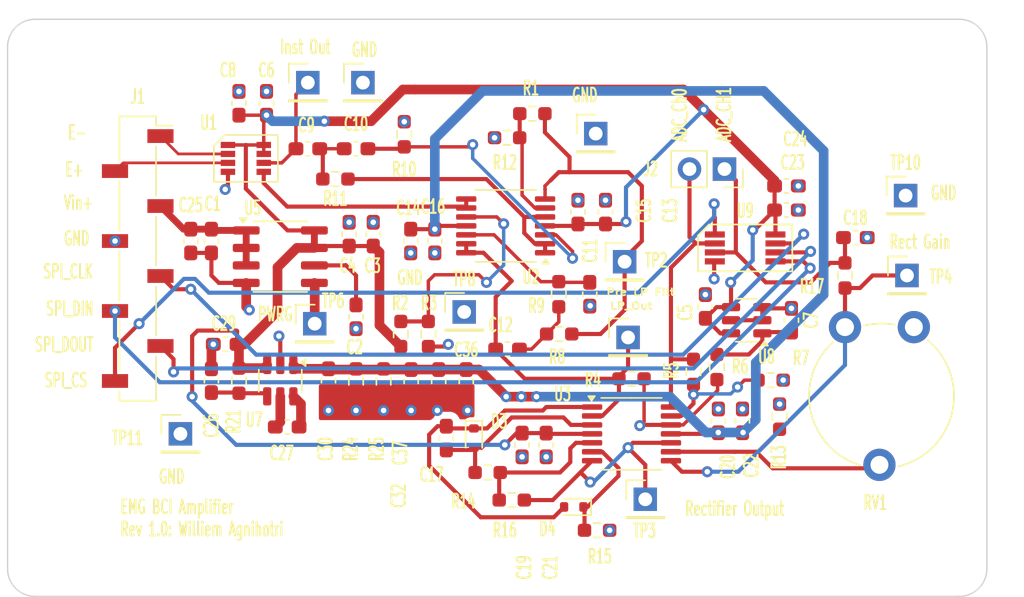
<source format=kicad_pcb>
(kicad_pcb (version 20241229) (generator "pcbnew") (generator_version "9.0")
  (layers (0 "F.Cu" signal) (4 "In1.Cu" signal) (6 "In2.Cu" signal) (2 "B.Cu" signal) (13 "F.Paste" user) (15 "B.Paste" user) (5 "F.SilkS" user "F.Silkscreen") (7 "B.SilkS" user "B.Silkscreen") (1 "F.Mask" user) (3 "B.Mask" user) (25 "Edge.Cuts" user))
  (net 0 "")
  (net 1 "Earth")
  (net 2 "Net-(U5-Cdelay)")
  (net 3 "+3.3V")
  (net 4 "Net-(C10-Pad2)")
  (net 5 "Net-(C9-Pad2)")
  (net 6 "Net-(U8-OUT)")
  (net 7 "Net-(U2A-+)")
  (net 8 "Net-(U2D-+)")
  (net 9 "Net-(C12-Pad1)")
  (net 10 "/EMG_FrontEnd/LP_OUT")
  (net 11 "-3V3")
  (net 12 "Net-(D3-A)")
  (net 13 "/Power/Vin+")
  (net 14 "Net-(D3-K)")
  (net 15 "/EMG_ADC/AdcCh1")
  (net 16 "Net-(U7-EN)")
  (net 17 "Net-(U7-C1+)")
  (net 18 "Net-(U7-C1-)")
  (net 19 "Net-(D4-K)")
  (net 20 "/SPI_CLK")
  (net 21 "/SPI_CS")
  (net 22 "/SPI_DOUT")
  (net 23 "/EMG_FrontEnd/Electrode-")
  (net 24 "/EMG_FrontEnd/Electrode+")
  (net 25 "/SPI_DIN")
  (net 26 "/EMG_ADC/AdcCh0")
  (net 27 "Net-(U2B--)")
  (net 28 "Net-(R1-Pad2)")
  (net 29 "Net-(U2C-+)")
  (net 30 "Net-(U3D--)")
  (net 31 "Net-(U2A--)")
  (net 32 "Net-(U3C--)")
  (net 33 "Net-(U3B-+)")
  (net 34 "Net-(U3C-+)")
  (net 35 "Net-(U5-PWRGD)")
  (net 36 "Net-(U1-Ref)")
  (net 38 "Net-(R17-Pad2)")
  (net 39 "Net-(U3D-+)")
  (footprint "Package_SO:TSSOP-14_4.4x5mm_P0.65mm" (layer "F.Cu") (at 135.5 110.5)
    (property "Reference" "U3")
    (property "Value" "ADA4807-4ARUZ")
  )
  (footprint "Capacitor_SMD:C_0603_1608Metric_Pad1.08x0.95mm_HandSolder" (layer "F.Cu") (at 115 96 90)
    (property "Reference" "C4")
    (property "Value" "1uF")
  )
  (footprint "Resistor_SMD:R_0603_1608Metric_Pad0.98x0.95mm_HandSolder" (layer "F.Cu") (at 126.80625 115.30625 180)
    (property "Reference" "R16")
    (property "Value" "1K")
  )
  (footprint "Capacitor_SMD:C_0603_1608Metric_Pad1.08x0.95mm_HandSolder" (layer "F.Cu") (at 131.6125 94.4 -90)
    (property "Reference" "C15")
    (property "Value" "0.1uF")
  )
  (footprint "Capacitor_SMD:C_0603_1608Metric_Pad1.08x0.95mm_HandSolder" (layer "F.Cu") (at 105 106.6375 90)
    (property "Reference" "C26")
    (property "Value" "2.2uF")
  )
  (footprint "Capacitor_SMD:C_0603_1608Metric_Pad1.08x0.95mm_HandSolder" (layer "F.Cu") (at 106 104 180)
    (property "Reference" "C29")
    (property "Value" "2.2uF")
  )
  (footprint "Diode_SMD:D_SOD-523" (layer "F.Cu") (at 131.30625 115.80625 180)
    (property "Reference" "D4")
    (property "Value" "1N4148WT")
  )
  (footprint "Connector_PinHeader_2.54mm:PinHeader_1x01_P2.54mm_Vertical" (layer "F.Cu") (at 112.5 102.5)
    (property "Reference" "TP6")
    (property "Value" "TestPoint")
  )
  (footprint "Capacitor_SMD:C_0603_1608Metric_Pad1.08x0.95mm_HandSolder" (layer "F.Cu") (at 113.5 106.6375 -90)
    (property "Reference" "C30")
    (property "Value" "2.2uF")
  )
  (footprint "Resistor_SMD:R_0603_1608Metric_Pad0.98x0.95mm_HandSolder" (layer "F.Cu") (at 107 106.6375 -90)
    (property "Reference" "R21")
    (property "Value" "10K")
  )
  (footprint "Wills_FootprintLibrary:SOT-23-THIN" (layer "F.Cu") (at 107.5 90.5)
    (property "Reference" "U1")
    (property "Value" "INA350CDS")
  )
  (footprint "Package_SO:TSSOP-14_4.4x5mm_P0.65mm" (layer "F.Cu") (at 126.3625 95.4 180)
    (property "Reference" "U2")
    (property "Value" "ADA4807-4ARUZ")
  )
  (footprint "Resistor_SMD:R_0603_1608Metric_Pad0.98x0.95mm_HandSolder" (layer "F.Cu") (at 114 92 180)
    (property "Reference" "R11")
    (property "Value" "11k")
  )
  (footprint "Capacitor_SMD:C_0603_1608Metric_Pad1.08x0.95mm_HandSolder" (layer "F.Cu") (at 119.5 106.69375 -90)
    (property "Reference" "C32")
    (property "Value" "33u")
  )
  (footprint "Resistor_SMD:R_0603_1608Metric_Pad0.98x0.95mm_HandSolder" (layer "F.Cu") (at 135.5 106.5 180)
    (property "Reference" "R4")
    (property "Value" "10k")
  )
  (footprint "Diode_SMD:D_SOD-523" (layer "F.Cu") (at 124.05625 110.80625 -90)
    (property "Reference" "D3")
    (property "Value" "1N4148WT")
  )
  (footprint "Connector_PinHeader_2.54mm:PinHeader_1x01_P2.54mm_Vertical" (layer "F.Cu") (at 136.5 115.25)
    (property "Reference" "TP3")
    (property "Value" "TestPoint")
  )
  (footprint "Capacitor_SMD:C_0603_1608Metric_Pad1.08x0.95mm_HandSolder" (layer "F.Cu") (at 103.5 96.5 -90)
    (property "Reference" "C25")
    (property "Value" "1uF")
  )
  (footprint "Connector_PinHeader_2.54mm:PinHeader_1x01_P2.54mm_Vertical" (layer "F.Cu") (at 135.25 103.5)
    (property "Reference" "TP1" (hide yes))
    (property "Value" "TestPoint")
  )
  (footprint "Resistor_SMD:R_0603_1608Metric_Pad0.98x0.95mm_HandSolder" (layer "F.Cu") (at 146.25 109.25 90)
    (property "Reference" "R13")
    (property "Value" "1K")
  )
  (footprint "Connector_PinHeader_2.54mm:PinHeader_1x01_P2.54mm_Vertical" (layer "F.Cu") (at 135 98)
    (property "Reference" "TP2")
    (property "Value" "TestPoint")
  )
  (footprint "Resistor_SMD:R_0603_1608Metric_Pad0.98x0.95mm_HandSolder" (layer "F.Cu") (at 151 99 -90)
    (property "Reference" "R17")
    (property "Value" "72.5K")
  )
  (footprint "Capacitor_SMD:C_0603_1608Metric_Pad1.08x0.95mm_HandSolder" (layer "F.Cu") (at 151.75 96.25)
    (property "Reference" "C18")
    (property "Value" "2.2uF")
  )
  (footprint "Capacitor_SMD:C_0603_1608Metric_Pad1.08x0.95mm_HandSolder" (layer "F.Cu") (at 115.5 89.8 180)
    (property "Reference" "C10")
    (property "Value" "1u")
  )
  (footprint "Connector_PinSocket_2.54mm:PinSocket_1x02_P2.54mm_Vertical" (layer "F.Cu") (at 142.25 91.275 -90)
    (property "Reference" "J2")
    (property "Value" "2.54 mm header")
  )
  (footprint "Connector_PinHeader_2.54mm:PinHeader_1x01_P2.54mm_Vertical" (layer "F.Cu") (at 155.4 93.2)
    (property "Reference" "TP10")
    (property "Value" "TestPoint")
  )
  (footprint "Connector_PinSocket_2.54mm:PinSocket_1x08_P2.54mm_Vertical_SMD_Pin1Right" (layer "F.Cu") (at 99.65 97.77)
    (property "Reference" "J1")
    (property "Value" "Conn_01x08_Pin")
  )
  (footprint "Capacitor_SMD:C_0603_1608Metric_Pad1.08x0.95mm_HandSolder" (layer "F.Cu") (at 115.5 102 -90)
    (property "Reference" "C2")
    (property "Value" "1 nF")
  )
  (footprint "Resistor_SMD:R_0603_1608Metric_Pad0.98x0.95mm_HandSolder" (layer "F.Cu") (at 128.3 87.25)
    (property "Reference" "R1")
    (property "Value" "190k")
  )
  (footprint "Capacitor_SMD:C_0603_1608Metric_Pad1.08x0.95mm_HandSolder" (layer "F.Cu") (at 132.46875 100.3625 90)
    (property "Reference" "C11")
    (property "Value" "0.0047u")
  )
  (footprint "Capacitor_SMD:C_0603_1608Metric_Pad1.08x0.95mm_HandSolder" (layer "F.Cu") (at 121.21875 96.5 90)
    (property "Reference" "C16")
    (property "Value" "0.1uF")
  )
  (footprint "Resistor_SMD:R_0603_1608Metric_Pad0.98x0.95mm_HandSolder" (layer "F.Cu") (at 120.75 103.25 -90)
    (property "Reference" "R3")
    (property "Value" "2k")
  )
  (footprint "Capacitor_SMD:C_0603_1608Metric_Pad1.08x0.95mm_HandSolder" (layer "F.Cu") (at 143.55625 109.55625 90)
    (property "Reference" "C22")
    (property "Value" "0.1uF")
  )
  (footprint "Capacitor_SMD:C_0603_1608Metric_Pad1.08x0.95mm_HandSolder" (layer "F.Cu") (at 146.75 94.25)
    (property "Reference" "C23")
    (property "Value" "4.7uF")
  )
  (footprint "Resistor_SMD:R_0603_1608Metric_Pad0.98x0.95mm_HandSolder" (layer "F.Cu") (at 130.21875 100.3625 -90)
    (property "Reference" "R9")
    (property "Value" "36k")
  )
  (footprint "Capacitor_SMD:C_0603_1608Metric_Pad1.08x0.95mm_HandSolder" (layer "F.Cu") (at 147.1125 102.25 -90)
    (property "Reference" "C7")
    (property "Value" "4.7uF")
  )
  (footprint "Connector_PinHeader_2.54mm:PinHeader_1x01_P2.54mm_Vertical" (layer "F.Cu") (at 132.9 88.7)
    (property "Reference" "TP9" (hide yes))
    (property "Value" "TestPoint")
  )
  (footprint "Connector_PinHeader_2.54mm:PinHeader_1x01_P2.54mm_Vertical" (layer "F.Cu") (at 155.5 99)
    (property "Reference" "TP4")
    (property "Value" "TestPoint")
  )
  (footprint "Resistor_SMD:R_0603_1608Metric_Pad0.98x0.95mm_HandSolder" (layer "F.Cu") (at 145.6 106.6)
    (property "Reference" "R7")
    (property "Value" "10k")
  )
  (footprint "Resistor_SMD:R_0603_1608Metric_Pad0.98x0.95mm_HandSolder" (layer "F.Cu") (at 115.5 106.69375 -90)
    (property "Reference" "R24")
    (property "Value" "200")
  )
  (footprint "Resistor_SMD:R_0603_1608Metric_Pad0.98x0.95mm_HandSolder" (layer "F.Cu") (at 133 117.5 180)
    (property "Reference" "R15")
    (property "Value" "1K")
  )
  (footprint "Resistor_SMD:R_0603_1608Metric_Pad0.98x0.95mm_HandSolder" (layer "F.Cu") (at 140 106 -90)
    (property "Reference" "R5")
    (property "Value" "10k")
  )
  (footprint "Package_TO_SOT_SMD:SOT-23-6" (layer "F.Cu") (at 110 106.6375 -90)
    (property "Reference" "U7")
    (property "Value" "LM2776")
  )
  (footprint "Capacitor_SMD:C_0603_1608Metric_Pad1.08x0.95mm_HandSolder" (layer "F.Cu") (at 109 86.5 -90)
    (property "Reference" "C6")
    (property "Value" "4.7uF")
  )
  (footprint "Resistor_SMD:R_0603_1608Metric_Pad0.98x0.95mm_HandSolder" (layer "F.Cu") (at 125.05625 113.30625 180)
    (property "Reference" "R14")
    (property "Value" "1K")
  )
  (footprint "Capacitor_SMD:C_0603_1608Metric_Pad1.08x0.95mm_HandSolder" (layer "F.Cu") (at 121.5 106.69375 -90)
    (property "Reference" "C37")
    (property "Value" "33u")
  )
  (footprint "Package_TO_SOT_SMD:SOT-23-6" (layer "F.Cu") (at 143.8625 102.25 180)
    (property "Reference" "U8")
    (property "Value" "MCP1501-18xCH")
  )
  (footprint "Connector_PinHeader_2.54mm:PinHeader_1x01_P2.54mm_Vertical" (layer "F.Cu") (at 112 85)
    (property "Reference" "TP5" (hide yes))
    (property "Value" "TestPoint")
  )
  (footprint "Capacitor_SMD:C_0603_1608Metric_Pad1.08x0.95mm_HandSolder" (layer "F.Cu") (at 129.30625 111.30625 -90)
    (property "Reference" "C21")
    (property "Value" "0.1uF")
  )
  (footprint "Connector_PinHeader_2.54mm:PinHeader_1x01_P2.54mm_Vertical" (layer "F.Cu") (at 116 85)
    (property "Reference" "TP7" (hide yes))
    (property "Value" "TestPoint")
  )
  (footprint "Capacitor_SMD:C_0603_1608Metric_Pad1.08x0.95mm_HandSolder" (layer "F.Cu") (at 107 86.5 -90)
    (property "Reference" "C8")
    (property "Value" "0.1uF")
  )
  (footprint "Capacitor_SMD:C_0603_1608Metric_Pad1.08x0.95mm_HandSolder" (layer "F.Cu") (at 112 89.8 180)
    (property "Reference" "C9")
    (property "Value" "1u")
  )
  (footprint "Capacitor_SMD:C_0603_1608Metric_Pad1.08x0.95mm_HandSolder" (layer "F.Cu") (at 146.75 92.5)
    (property "Reference" "C24")
    (property "Value" "0.1uF")
  )
  (footprint "Resistor_SMD:R_0603_1608Metric_Pad0.98x0.95mm_HandSolder" (layer "F.Cu") (at 126.46875 89 180)
    (property "Reference" "R12")
    (property "Value" "10k")
  )
  (footprint "Capacitor_SMD:C_0603_1608Metric_Pad1.08x0.95mm_HandSolder" (layer "F.Cu") (at 123.5 106.69375 -90)
    (property "Reference" "C36")
    (property "Value" "33u")
  )
  (footprint "Capacitor_SMD:C_0603_1608Metric_Pad1.08x0.95mm_HandSolder" (layer "F.Cu") (at 133.6125 94.4 -90)
    (property "Reference" "C13")
    (property "Value" "4.7uF")
  )
  (footprint "Capacitor_SMD:C_0603_1608Metric_Pad1.08x0.95mm_HandSolder" (layer "F.Cu") (at 105 96.5 -90)
    (property "Reference" "C1")
    (property "Value" "1uF")
  )
  (footprint "Capacitor_SMD:C_0603_1608Metric_Pad1.08x0.95mm_HandSolder" (layer "F.Cu") (at 122.05625 110.80625 90)
    (property "Reference" "C17")
    (property "Value" "47pF")
  )
  (footprint "Potentiometer_THT:Potentiometer_Piher_PT-10-V10_Vertical" (layer "F.Cu") (at 151 102.75 -90)
    (property "Reference" "RV1")
    (property "Value" "R_Potentiometer")
  )
  (footprint "Resistor_SMD:R_0603_1608Metric_Pad0.98x0.95mm_HandSolder" (layer "F.Cu") (at 130.25 103.25)
    (property "Reference" "R8")
    (property "Value" "56k")
  )
  (footprint "Connector_PinHeader_2.54mm:PinHeader_1x01_P2.54mm_Vertical" (layer "F.Cu") (at 102.75 110.5)
    (property "Reference" "TP11")
    (property "Value" "TestPoint")
  )
  (footprint "Resistor_SMD:R_0603_1608Metric_Pad0.98x0.95mm_HandSolder" (layer "F.Cu") (at 117.5 106.69375 -90)
    (property "Reference" "R25")
    (property "Value" "200")
  )
  (footprint "Wills_FootprintLibrary:8-MSOP" (layer "F.Cu") (at 143.75 97)
    (property "Reference" "U9")
    (property "Value" "MCP3202")
  )
  (footprint "Capacitor_SMD:C_0603_1608Metric_Pad1.08x0.95mm_HandSolder" (layer "F.Cu") (at 141.80625 109.55625 90)
    (property "Reference" "C20")
    (property "Value" "4.7uF")
  )
  (footprint "Resistor_SMD:R_0603_1608Metric_Pad0.98x0.95mm_HandSolder" (layer "F.Cu") (at 118.75 103.25 90)
    (property "Reference" "R2")
    (property "Value" "10k")
  )
  (footprint "Capacitor_SMD:C_0603_1608Metric_Pad1.08x0.95mm_HandSolder" (layer "F.Cu") (at 140.8625 101.25 -90)
    (property "Reference" "C5")
    (property "Value" "4.7uF")
  )
  (footprint "Package_SO:SOIC-8_3.9x4.9mm_P1.27mm" (layer "F.Cu") (at 110 97.635)
    (property "Reference" "U5")
    (property "Value" "MCP1727-3302xSN")
  )
  (footprint "Capacitor_SMD:C_0603_1608Metric_Pad1.08x0.95mm_HandSolder" (layer "F.Cu") (at 127.55625 111.30625 -90)
    (property "Reference" "C19")
    (property "Value" "4.7uF")
  )
  (footprint "Connector_PinHeader_2.54mm:PinHeader_1x01_P2.54mm_Vertical" (layer "F.Cu") (at 123.35 101.65)
    (property "Reference" "TP8")
    (property "Value" "TestPoint")
  )
  (footprint "Capacitor_SMD:C_0603_1608Metric_Pad1.08x0.95mm_HandSolder" (layer "F.Cu") (at 116.75 96 90)
    (property "Reference" "C3")
    (property "Value" "1uF")
  )
  (footprint "Resistor_SMD:R_0603_1608Metric_Pad0.98x0.95mm_HandSolder" (layer "F.Cu") (at 119 88.75 90)
    (property "Reference" "R10")
    (property "Value" "22k")
  )
  (footprint "Capacitor_SMD:C_0603_1608Metric_Pad1.08x0.95mm_HandSolder" (layer "F.Cu") (at 119.46875 96.5 90)
    (property "Reference" "C14")
    (property "Value" "4.7uF")
  )
  (footprint "Capacitor_SMD:C_0603_1608Metric_Pad1.08x0.95mm_HandSolder" (layer "F.Cu") (at 126.5 104.35 180)
    (property "Reference" "C12")
    (property "Value" "0.01u")
  )
  (footprint "Resistor_SMD:R_0603_1608Metric_Pad0.98x0.95mm_HandSolder" (layer "F.Cu") (at 141.7 105.65 90)
    (property "Reference" "R6")
    (property "Value" "10k")
  )
  (footprint "Capacitor_SMD:C_0603_1608Metric_Pad1.08x0.95mm_HandSolder" (layer "F.Cu") (at 110.5 110)
    (property "Reference" "C27")
    (property "Value" "1uF")
  )
  (gr_line (start 161.3 82.4) (end 161.3 120.3) (stroke (width 0.1)) (layer "Edge.Cuts"))
  (gr_arc (start 92.2 122.3) (mid 90.785786 121.714214) (end 90.2 120.3) (stroke (width 0.1)) (layer "Edge.Cuts"))
  (gr_line (start 90.2 120.3) (end 90.2 82.4) (stroke (width 0.1)) (layer "Edge.Cuts"))
  (gr_arc (start 90.2 82.4) (mid 90.785786 80.985786) (end 92.2 80.4) (stroke (width 0.1)) (layer "Edge.Cuts"))
  (gr_line (start 92.2 80.4) (end 159.3 80.4) (stroke (width 0.1)) (layer "Edge.Cuts"))
  (gr_line (start 159.3 122.3) (end 92.2 122.3) (stroke (width 0.1)) (layer "Edge.Cuts"))
  (gr_arc (start 161.3 120.3) (mid 160.714214 121.714214) (end 159.3 122.3) (stroke (width 0.1)) (layer "Edge.Cuts"))
  (gr_arc (start 159.3 80.4) (mid 160.714214 80.985786) (end 161.3 82.4) (stroke (width 0.1)) (layer "Edge.Cuts"))
  (gr_text "GND" (at 118.4 99.75 0) (layer "F.SilkS") (effects (font (size 1 0.6) (thickness 0.2) (bold yes)) (justify left bottom)))
  (gr_text "GND" (at 94.2 96.9 0) (layer "F.SilkS") (effects (font (size 1 0.6) (thickness 0.2) (bold yes)) (justify left bottom)))
  (gr_text "ADC_Ch0\n\nADC_CH1" (at 142.8 89.4 90) (layer "F.SilkS") (effects (font (size 1 0.6) (thickness 0.2) (bold yes)) (justify left bottom)))
  (gr_text "Rect Gain" (at 154.15 97.15 0) (layer "F.SilkS") (effects (font (size 1 0.6) (thickness 0.2) (bold yes)) (justify left bottom)))
  (gr_text "LP_Out" (at 133.87 101.5 0) (layer "F.SilkS") (effects (font (size 0.5 0.6) (thickness 0.125) (bold yes)) (justify left bottom)))
  (gr_text "GND" (at 157.15 93.6 0) (layer "F.SilkS") (effects (font (size 1 0.6) (thickness 0.2) (bold yes)) (justify left bottom)))
  (gr_text "SPI_DOUT" (at 92.1 104.6 0) (layer "F.SilkS") (effects (font (size 1 0.6) (thickness 0.2) (bold yes)) (justify left bottom)))
  (gr_text "GND" (at 131.1 86.5 0) (layer "F.SilkS") (effects (font (size 1 0.6) (thickness 0.2) (bold yes)) (justify left bottom)))
  (gr_text "GND" (at 101.1 114.2 0) (layer "F.SilkS") (effects (font (size 1 0.6) (thickness 0.2) (bold yes)) (justify left bottom)))
  (gr_text "E-" (at 94.5 89.2 0) (layer "F.SilkS") (effects (font (size 1 0.6) (thickness 0.2) (bold yes)) (justify left bottom)))
  (gr_text "SPI_DIN" (at 92.9 102 0) (layer "F.SilkS") (effects (font (size 1 0.6) (thickness 0.2) (bold yes)) (justify left bottom)))
  (gr_text "Rectifier Output" (at 139.3 116.52 0) (layer "F.SilkS") (effects (font (size 1 0.6) (thickness 0.2) (bold yes)) (justify left bottom)))
  (gr_text "Inst Out" (at 109.9 83 0) (layer "F.SilkS") (effects (font (size 1 0.6) (thickness 0.2) (bold yes)) (justify left bottom)))
  (gr_text "PWRG" (at 108.3 102.4 0) (layer "F.SilkS") (effects (font (size 1 0.6) (thickness 0.15) (bold yes)) (justify left bottom)))
  (gr_text "SPI_CLK" (at 92.7 99.3 0) (layer "F.SilkS") (effects (font (size 1 0.6) (thickness 0.2) (bold yes)) (justify left bottom)))
  (gr_text "Vin+" (at 94.2 94.3 0) (layer "F.SilkS") (effects (font (size 1 0.6) (thickness 0.2) (bold yes)) (justify left bottom)))
  (gr_text "GND" (at 115.1 83.2 0) (layer "F.SilkS") (effects (font (size 1 0.6) (thickness 0.2) (bold yes)) (justify left bottom)))
  (gr_text "Pre LP Filt" (at 133.6 100.5 0) (layer "F.SilkS") (effects (font (size 0.5 0.6) (thickness 0.125) (bold yes)) (justify left bottom)))
  (gr_text "SPI_CS" (at 92.8 107.2 0) (layer "F.SilkS") (effects (font (size 1 0.6) (thickness 0.2) (bold yes)) (justify left bottom)))
  (gr_text "EMG BCI Amplifier\nRev 1.0: Williem Agnihotri" (at 98.3 118 0) (layer "F.SilkS") (effects (font (size 1 0.6) (thickness 0.2) (bold yes)) (justify left bottom)))
  (gr_text "E+" (at 94.3 91.9 0) (layer "F.SilkS") (effects (font (size 1 0.6) (thickness 0.2) (bold yes)) (justify left bottom)))
  (segment (start 132.475 101.225) (end 132.5 101.2) (width 0.3) (layer "F.Cu") (net 1))
  (segment (start 106.2 92.55) (end 106 92.75) (width 0.3) (layer "F.Cu") (net 1))
  (segment (start 132.46875 101.225) (end 132.475 101.225) (width 0.3) (layer "F.Cu") (net 1))
  (segment (start 145.0875 101.3875) (end 145 101.3) (width 0.3) (layer "F.Cu") (net 1))
  (segment (start 105 104.1375) (end 105.1375 104) (width 0.7) (layer "F.Cu") (net 1))
  (segment (start 106.2 91.475) (end 106.2 92.55) (width 0.3) (layer "F.Cu") (net 1))
  (segment (start 141.5 98.025) (end 141.55 97.975) (width 0.3) (layer "F.Cu") (net 1))
  (segment (start 145 102.25) (end 145 101.3) (width 0.3) (layer "F.Cu") (net 1))
  (segment (start 142.725 102.25) (end 145 102.25) (width 0.3) (layer "F.Cu") (net 1))
  (segment (start 107.525 101.275) (end 107.75 101.5) (width 0.7) (layer "F.Cu") (net 1))
  (segment (start 105 97.3625) (end 103.5 97.3625) (width 0.3) (layer "F.Cu") (net 1))
  (segment (start 110 105.5) (end 110 103.5) (width 0.3) (layer "F.Cu") (net 1))
  (segment (start 141.5 99.25) (end 141.5 98.025) (width 0.3) (layer "F.Cu") (net 1))
  (segment (start 107.525 99.54) (end 107.525 101.275) (width 0.7) (layer "F.Cu") (net 1))
  (segment (start 122.0375 104.1625) (end 122.2 104) (width 0.3) (layer "F.Cu") (net 1))
  (segment (start 107.525 99.54) (end 105.54 99.54) (width 0.3) (layer "F.Cu") (net 1))
  (segment (start 147.1125 101.3875) (end 145.0875 101.3875) (width 0.3) (layer "F.Cu") (net 1))
  (segment (start 120.75 104.1625) (end 122.0375 104.1625) (width 0.3) (layer "F.Cu") (net 1))
  (segment (start 110 103.5) (end 109.9 103.4) (width 0.3) (layer "F.Cu") (net 1))
  (segment (start 105.54 99.54) (end 105 99) (width 0.3) (layer "F.Cu") (net 1))
  (segment (start 105 99) (end 105 97.3625) (width 0.3) (layer "F.Cu") (net 1))
  (segment (start 105 105.775) (end 105 104.1375) (width 0.7) (layer "F.Cu") (net 1))
  (via (at 133.9125 117.5) (size 0.8) (drill 0.4) (layers "F.Cu" "B.Cu") (net 1))
  (via (at 109.9 103.4) (size 0.8) (drill 0.4) (layers "F.Cu" "B.Cu") (net 1))
  (via (at 123.6 108.8) (size 0.8) (drill 0.4) (layers "F.Cu" "B.Cu") (net 1))
  (via (at 121.21875 97.3625) (size 0.8) (drill 0.4) (layers "F.Cu" "B.Cu") (net 1))
  (via (at 107.75 101.5) (size 0.8) (drill 0.4) (layers "F.Cu" "B.Cu") (net 1))
  (via (at 147.6125 94.25) (size 0.8) (drill 0.4) (layers "F.Cu" "B.Cu") (net 1))
  (via (at 141.5 99.25) (size 0.8) (drill 0.4) (layers "F.Cu" "B.Cu") (net 1))
  (via (at 113.5 108.8) (size 0.8) (drill 0.4) (layers "F.Cu" "B.Cu") (net 1))
  (via (at 131.6125 93.5375) (size 0.8) (drill 0.4) (layers "F.Cu" "B.Cu") (net 1))
  (via (at 147.6125 92.5) (size 0.8) (drill 0.4) (layers "F.Cu" "B.Cu") (net 1))
  (via (at 115 95.1375) (size 0.8) (drill 0.4) (layers "F.Cu" "B.Cu") (net 1))
  (via (at 127.55625 112.16875) (size 0.8) (drill 0.4) (layers "F.Cu" "B.Cu") (net 1))
  (via (at 125.55625 89) (size 0.8) (drill 0.4) (layers "F.Cu" "B.Cu") (net 1))
  (via (at 146.5125 106.6) (size 0.8) (drill 0.4) (layers "F.Cu" "B.Cu") (net 1))
  (via (at 141.80625 108.69375) (size 0.8) (drill 0.4) (layers "F.Cu" "B.Cu") (net 1))
  (via (at 140.8625 100.3875) (size 0.8) (drill 0.4) (layers "F.Cu" "B.Cu") (net 1))
  (via (at 115.5 108.8) (size 0.8) (drill 0.4) (layers "F.Cu" "B.Cu") (net 1))
  (via (at 133.6125 93.5375) (size 0.8) (drill 0.4) (layers "F.Cu" "B.Cu") (net 1))
  (via (at 129.30625 112.16875) (size 0.8) (drill 0.4) (layers "F.Cu" "B.Cu") (net 1))
  (via (at 107 85.6375) (size 0.8) (drill 0.4) (layers "F.Cu" "B.Cu") (net 1))
  (via (at 109 85.6375) (size 0.8) (drill 0.4) (layers "F.Cu" "B.Cu") (net 1))
  (via (at 106 92.75) (size 0.8) (drill 0.4) (layers "F.Cu" "B.Cu") (net 1))
  (via (at 122.2 104) (size 0.8) (drill 0.4) (layers "F.Cu" "B.Cu") (net 1))
  (via (at 105.1375 104) (size 0.8) (drill 0.4) (layers "F.Cu" "B.Cu") (net 1))
  (via (at 119.46875 97.3625) (size 0.8) (drill 0.4) (layers "F.Cu" "B.Cu") (net 1))
  (via (at 143.55625 108.69375) (size 0.8) (drill 0.4) (layers "F.Cu" "B.Cu") (net 1))
  (via (at 132.5 101.2) (size 0.8) (drill 0.4) (layers "F.Cu" "B.Cu") (net 1))
  (via (at 121.4 108.8) (size 0.8) (drill 0.4) (layers "F.Cu" "B.Cu") (net 1))
  (via (at 119 87.8375) (size 0.8) (drill 0.4) (layers "F.Cu" "B.Cu") (net 1))
  (via (at 98 96.5) (size 0.8) (drill 0.4) (layers "F.Cu" "B.Cu") (net 1))
  (via (at 116.75 95.1375) (size 0.8) (drill 0.4) (layers "F.Cu" "B.Cu") (net 1))
  (via (at 119.5 108.8) (size 0.8) (drill 0.4) (layers "F.Cu" "B.Cu") (net 1))
  (via (at 152.6125 96.25) (size 0.8) (drill 0.4) (layers "F.Cu" "B.Cu") (net 1))
  (via (at 117.5 108.8) (size 0.8) (drill 0.4) (layers "F.Cu" "B.Cu") (net 1))
  (via (at 115.5 102.8625) (size 0.8) (drill 0.4) (layers "F.Cu" "B.Cu") (net 1))
  (via (at 146.25 108.3375) (size 0.8) (drill 0.4) (layers "F.Cu" "B.Cu") (net 1))
  (via (at 147.1125 101.3875) (size 0.8) (drill 0.4) (layers "F.Cu" "B.Cu") (net 1))
  (segment (start 115.5 101.1375) (end 115.5 99) (width 0.3) (layer "F.Cu") (net 2))
  (segment (start 115.5 99) (end 114.75 98.25) (width 0.3) (layer "F.Cu") (net 2))
  (segment (start 114.75 98.25) (end 114.73 98.27) (width 0.3) (layer "F.Cu") (net 2))
  (segment (start 114.73 98.27) (end 112.475 98.27) (width 0.3) (layer "F.Cu") (net 2))
  (segment (start 112.475 97) (end 112.475 95.73) (width 0.5) (layer "F.Cu") (net 3))
  (segment (start 115 96.8625) (end 112.6125 96.8625) (width 0.3) (layer "F.Cu") (net 3))
  (segment (start 133.6125 95.2625) (end 134.9375 95.2625) (width 0.3) (layer "F.Cu") (net 3))
  (segment (start 110.53 95.73) (end 107.5 92.7) (width 0.3) (layer "F.Cu") (net 3))
  (segment (start 134.9375 95.2625) (end 135.1 95.1) (width 0.3) (layer "F.Cu") (net 3))
  (segment (start 108.825 105.725) (end 109.05 105.5) (width 0.7) (layer "F.Cu") (net 3))
  (segment (start 107.4 104) (end 106.8625 104) (width 0.7) (layer "F.Cu") (net 3))
  (segment (start 142.725 99.525) (end 142.7 99.5) (width 0.3) (layer "F.Cu") (net 3))
  (segment (start 103.6 103.4) (end 104 103) (width 0.3) (layer "F.Cu") (net 3))
  (segment (start 132.6375 110.5) (end 129.3625 110.5) (width 0.3) (layer "F.Cu") (net 3))
  (segment (start 107.5 89.525) (end 108.8 89.525) (width 0.25) (layer "F.Cu") (net 3))
  (segment (start 112.6125 96.8625) (end 112.475 97) (width 0.3) (layer "F.Cu") (net 3))
  (segment (start 140.8625 102.1125) (end 141.95 103.2) (width 0.3) (layer "F.Cu") (net 3))
  (segment (start 112.475 97) (end 111.2 97) (width 0.7) (layer "F.Cu") (net 3))
  (segment (start 144.3 95.7) (end 144.4375 95.7) (width 0.3) (layer "F.Cu") (net 3))
  (segment (start 109.8 98.4) (end 109.8 101.6) (width 0.7) (layer "F.Cu") (net 3))
  (segment (start 116.75 96.8625) (end 117.2 97.3125) (width 0.7) (layer "F.Cu") (net 3))
  (segment (start 119.8 85.5) (end 118.9 85.5) (width 0.7) (layer "F.Cu") (net 3))
  (segment (start 107 105.725) (end 108.825 105.725) (width 0.7) (layer "F.Cu") (net 3))
  (segment (start 141.675 101.3) (end 140.8625 102.1125) (width 0.3) (layer "F.Cu") (net 3))
  (segment (start 141.95 103.2) (end 142.725 103.2) (width 0.3) (layer "F.Cu") (net 3))
  (segment (start 111.2 97) (end 109.8 98.4) (width 0.7) (layer "F.Cu") (net 3))
  (segment (start 108.8 87.5625) (end 109 87.3625) (width 0.25) (layer "F.Cu") (net 3))
  (segment (start 142.725 101.3) (end 142.725 99.525) (width 0.3) (layer "F.Cu") (net 3))
  (segment (start 108.8 90.175) (end 108.8 89.525) (width 0.25) (layer "F.Cu") (net 3))
  (segment (start 145.8875 92.5) (end 145.8875 92.1105) (width 0.7) (layer "F.Cu") (net 3))
  (segment (start 145.95 96.025) (end 145.95 94.3125) (width 0.3) (layer "F.Cu") (net 3))
  (segment (start 104 103) (end 106.825 103) (width 0.3) (layer "F.Cu") (net 3))
  (segment (start 107 104.1375) (end 106.8625 104) (width 0.7) (layer "F.Cu") (net 3))
  (segment (start 106.825 103) (end 106.8625 103.0375) (width 0.3) (layer "F.Cu") (net 3))
  (segment (start 145.95 94.3125) (end 145.8875 94.25) (width 0.3) (layer "F.Cu") (net 3))
  (segment (start 106.2 89.525) (end 107.5 89.525) (width 0.25) (layer "F.Cu") (net 3))
  (segment (start 117.2 97.3125) (end 117.2 102.6125) (width 0.7) (layer "F.Cu") (net 3))
  (segment (start 116.75 96.8625) (end 115 96.8625) (width 0.3) (layer "F.Cu") (net 3))
  (segment (start 131.6125 95.2625) (end 133.6125 95.2625) (width 0.3) (layer "F.Cu") (net 3))
  (segment (start 109 87.3625) (end 107 87.3625) (width 0.25) (layer "F.Cu") (net 3))
  (segment (start 116.6 87.8) (end 113.2 87.8) (width 0.7) (layer "F.Cu") (net 3))
  (segment (start 145.8875 92.1105) (end 140.7385 86.9615) (width 0.7) (layer "F.Cu") (net 3))
  (segment (start 129.225 95.4) (end 131.475 95.4) (width 0.3) (layer "F.Cu") (net 3))
  (segment (start 145.8875 94.25) (end 145.8875 92.5) (width 0.3) (layer "F.Cu") (net 3))
  (segment (start 107 105.725) (end 107 104.1375) (width 0.7) (layer "F.Cu") (net 3))
  (segment (start 109.8 101.6) (end 107.4 104) (width 0.7) (layer "F.Cu") (net 3))
  (segment (start 129.3625 110.5) (end 129.30625 110.44375) (width 0.3) (layer "F.Cu") (net 3))
  (segment (start 106.8625 103.0375) (end 106.8625 104) (width 0.3) (layer "F.Cu") (net 3))
  (segment (start 131.475 95.4) (end 131.6125 95.2625) (width 0.3) (layer "F.Cu") (net 3))
  (segment (start 127.15625 110.44375) (end 126.3 111.3) (width 0.3) (layer "F.Cu") (net 3))
  (segment (start 142.725 101.3) (end 141.675 101.3) (width 0.3) (layer "F.Cu") (net 3))
  (segment (start 117.2 102.6125) (end 118.75 104.1625) (width 0.7) (layer "F.Cu") (net 3))
  (segment (start 139.277 85.5) (end 119.8 85.5) (width 0.7) (layer "F.Cu") (net 3))
  (segment (start 107.5 92.7) (end 107.5 89.525) (width 0.3) (layer "F.Cu") (net 3))
  (segment (start 118.9 85.5) (end 116.6 87.8) (width 0.7) (layer "F.Cu") (net 3))
  (segment (start 103.6 107.8) (end 103.6 103.4) (width 0.3) (layer "F.Cu") (net 3))
  (segment (start 144.4375 95.7) (end 145.8875 94.25) (width 0.3) (layer "F.Cu") (net 3))
  (segment (start 129.30625 110.44375) (end 127.55625 110.44375) (width 0.3) (layer "F.Cu") (net 3))
  (segment (start 108.8 89.525) (end 108.8 87.5625) (width 0.25) (layer "F.Cu") (net 3))
  (segment (start 112.475 95.73) (end 110.53 95.73) (width 0.3) (layer "F.Cu") (net 3))
  (segment (start 140.7385 86.9615) (end 139.277 85.5) (width 0.7) (layer "F.Cu") (net 3))
  (segment (start 127.55625 110.44375) (end 127.15625 110.44375) (width 0.3) (layer "F.Cu") (net 3))
  (via (at 135.1 95.1) (size 0.8) (drill 0.4) (layers "F.Cu" "B.Cu") (net 3))
  (via (at 103.6 107.8) (size 0.8) (drill 0.4) (layers "F.Cu" "B.Cu") (net 3))
  (via (at 142.7 99.5) (size 0.8) (drill 0.4) (layers "F.Cu" "B.Cu") (net 3))
  (via (at 126.3 111.3) (size 0.8) (drill 0.4) (layers "F.Cu" "B.Cu") (net 3))
  (via (at 140.7385 86.9615) (size 0.8) (drill 0.4) (layers "F.Cu" "B.Cu") (net 3))
  (via (at 113.2 87.8) (size 0.8) (drill 0.4) (layers "F.Cu" "B.Cu") (net 3))
  (via (at 109 87.3625) (size 0.8) (drill 0.4) (layers "F.Cu" "B.Cu") (net 3))
  (via (at 144.3 95.7) (size 0.8) (drill 0.4) (layers "F.Cu" "B.Cu") (net 3))
  (segment (start 106.8 111.3) (end 103.6 108.1) (width 0.3) (layer "B.Cu") (net 3))
  (segment (start 135.1 95.1) (end 135.1 92.6) (width 0.3) (layer "B.Cu") (net 3))
  (segment (start 113.2 87.8) (end 109.4375 87.8) (width 0.7) (layer "B.Cu") (net 3))
  (segment (start 126.3 111.3) (end 106.8 111.3) (width 0.3) (layer "B.Cu") (net 3))
  (segment (start 142.7 99.5) (end 144.3 97.9) (width 0.3) (layer "B.Cu") (net 3))
  (segment (start 109.4375 87.8) (end 109 87.3625) (width 0.7) (layer "B.Cu") (net 3))
  (segment (start 135.1 92.6) (end 140.7385 86.9615) (width 0.3) (layer "B.Cu") (net 3))
  (segment (start 144.3 97.9) (end 144.3 95.7) (width 0.3) (layer "B.Cu") (net 3))
  (segment (start 103.6 108.1) (end 103.6 107.8) (width 0.3) (layer "B.Cu") (net 3))
  (segment (start 113.0875 90.025) (end 112.8625 89.8) (width 0.3) (layer "F.Cu") (net 4))
  (segment (start 113.0875 92) (end 113.0875 90.025) (width 0.3) (layer "F.Cu") (net 4))
  (segment (start 114.6375 89.8) (end 112.8625 89.8) (width 0.25) (layer "F.Cu") (net 4))
  (segment (start 110.1125 90.825) (end 111.1375 89.8) (width 0.25) (layer "F.Cu") (net 5))
  (segment (start 108.8 90.825) (end 110.1125 90.825) (width 0.25) (layer "F.Cu") (net 5))
  (segment (start 111.1375 89.8) (end 111.1375 85.8625) (width 0.25) (layer "F.Cu") (net 5))
  (segment (start 111.1375 85.8625) (end 112 85) (width 0.25) (layer "F.Cu") (net 5))
  (segment (start 144.0125 104.7375) (end 141.7 104.7375) (width 0.3) (layer "F.Cu") (net 6))
  (segment (start 147.1125 103.1125) (end 145.0875 103.1125) (width 0.3) (layer "F.Cu") (net 6))
  (segment (start 145 103.75) (end 144.0125 104.7375) (width 0.3) (layer "F.Cu") (net 6))
  (segment (start 145 103.2) (end 145 103.75) (width 0.3) (layer "F.Cu") (net 6))
  (segment (start 145.0875 103.1125) (end 145 103.2) (width 0.3) (layer "F.Cu") (net 6))
  (segment (start 131.21875 97.25) (end 131.21875 97.75) (width 0.25) (layer "F.Cu") (net 7))
  (segment (start 129.225 96.05) (end 130.01875 96.05) (width 0.25) (layer "F.Cu") (net 7))
  (segment (start 116.3625 89.8) (end 118.8625 89.8) (width 0.3) (layer "F.Cu") (net 7))
  (segment (start 123.80625 89.6625) (end 119 89.6625) (width 0.25) (layer "F.Cu") (net 7))
  (segment (start 130.01875 96.05) (end 131.21875 97.25) (width 0.25) (layer "F.Cu") (net 7))
  (segment (start 123.96875 89.5) (end 123.80625 89.6625) (width 0.25) (layer "F.Cu") (net 7))
  (segment (start 123.96875 89.5) (end 123.89275 89.424) (width 0.25) (layer "F.Cu") (net 7))
  (segment (start 118.8625 89.8) (end 119 89.6625) (width 0.3) (layer "F.Cu") (net 7))
  (via (at 131.21875 97.75) (size 0.8) (drill 0.4) (layers "F.Cu" "B.Cu") (net 7))
  (via (at 123.96875 89.5) (size 0.8) (drill 0.4) (layers "F.Cu" "B.Cu") (net 7))
  (segment (start 131.21875 97.75) (end 123.96875 90.5) (width 0.25) (layer "B.Cu") (net 7))
  (segment (start 123.96875 90.5) (end 123.96875 89.5) (width 0.25) (layer "B.Cu") (net 7))
  (segment (start 125.51875 96.05) (end 128.91875 99.45) (width 0.25) (layer "F.Cu") (net 8))
  (segment (start 125.51875 96.05) (end 123.5 96.05) (width 0.25) (layer "F.Cu") (net 8))
  (segment (start 130.26875 99.5) (end 130.21875 99.45) (width 0.25) (layer "F.Cu") (net 8))
  (segment (start 128.91875 99.45) (end 130.21875 99.45) (width 0.25) (layer "F.Cu") (net 8))
  (segment (start 132.46875 99.5) (end 130.26875 99.5) (width 0.25) (layer "F.Cu") (net 8))
  (segment (start 130.33125 101.3875) (end 130.21875 101.275) (width 0.25) (layer "F.Cu") (net 9))
  (segment (start 130.21875 102.36875) (end 129.3375 103.25) (width 0.25) (layer "F.Cu") (net 9))
  (segment (start 127.3625 104.35) (end 128.2375 104.35) (width 0.25) (layer "F.Cu") (net 9))
  (segment (start 130.21875 101.275) (end 130.21875 102.36875) (width 0.25) (layer "F.Cu") (net 9))
  (segment (start 128.2375 104.35) (end 129.3375 103.25) (width 0.25) (layer "F.Cu") (net 9))
  (segment (start 134.5875 106.5) (end 127.75 106.5) (width 0.3) (layer "F.Cu") (net 10))
  (segment (start 125.6375 100.5625) (end 126.8 99.4) (width 0.3) (layer "F.Cu") (net 10))
  (segment (start 134.5875 106.5) (end 134.5875 106.3375) (width 0.3) (layer "F.Cu") (net 10))
  (segment (start 133.374999 109.2) (end 132.6375 109.2) (width 0.3) (layer "F.Cu") (net 10))
  (segment (start 134.5875 106.5) (end 134.5875 107.987499) (width 0.3) (layer "F.Cu") (net 10))
  (segment (start 134.5875 107.987499) (end 133.374999 109.2) (width 0.3) (layer "F.Cu") (net 10))
  (segment (start 134.5875 106.3375) (end 135.25 105.675) (width 0.3) (layer "F.Cu") (net 10))
  (segment (start 125.6375 104.3875) (end 125.6375 103.25) (width 0.3) (layer "F.Cu") (net 10))
  (segment (start 127.75 106.5) (end 125.6375 104.3875) (width 0.3) (layer "F.Cu") (net 10))
  (segment (start 125.6375 103.25) (end 125.6375 100.5625) (width 0.3) (layer "F.Cu") (net 10))
  (segment (start 135.25 105.675) (end 135.25 103.5) (width 0.3) (layer "F.Cu") (net 10))
  (segment (start 124.75 97.35) (end 123.5 97.35) (width 0.3) (layer "F.Cu") (net 10))
  (segment (start 123.5 96.7) (end 123.5 97.35) (width 0.3) (layer "F.Cu") (net 10))
  (segment (start 126.8 99.4) (end 124.75 97.35) (width 0.3) (layer "F.Cu") (net 10))
  (segment (start 141.725 110.5) (end 141.80625 110.41875) (width 0.3) (layer "F.Cu") (net 11))
  (segment (start 121.21875 95.6375) (end 119.46875 95.6375) (width 0.3) (layer "F.Cu") (net 11))
  (segment (start 127.5 107.8) (end 128.6 107.8) (width 0.7) (layer "F.Cu") (net 11))
  (segment (start 138.3625 110.5) (end 141.725 110.5) (width 0.3) (layer "F.Cu") (net 11))
  (segment (start 111.225 105.775) (end 110.95 105.5) (width 0.7) (layer "F.Cu") (net 11))
  (segment (start 121.45625 95.4) (end 121.21875 95.6375) (width 0.3) (layer "F.Cu") (net 11))
  (segment (start 124.43125 105.83125) (end 126.4 107.8) (width 0.7) (layer "F.Cu") (net 11))
  (segment (start 123.5 105.83125) (end 113.55625 105.83125) (width 0.7) (layer "F.Cu") (net 11))
  (segment (start 123.5 95.4) (end 121.45625 95.4) (width 0.3) (layer "F.Cu") (net 11))
  (segment (start 123.5 105.83125) (end 124.43125 105.83125) (width 0.7) (layer "F.Cu") (net 11))
  (segment (start 113.5 105.775) (end 111.225 105.775) (width 0.7) (layer "F.Cu") (net 11))
  (segment (start 113.55625 105.83125) (end 113.5 105.775) (width 0.7) (layer "F.Cu") (net 11))
  (segment (start 141.80625 110.41875) (end 143.55625 110.41875) (width 0.3) (layer "F.Cu") (net 11))
  (segment (start 126.4 107.8) (end 127.5 107.8) (width 0.7) (layer "F.Cu") (net 11))
  (via (at 128.6 107.8) (size 0.8) (drill 0.4) (layers "F.Cu" "B.Cu") (net 11))
  (via (at 141.8 110.4) (size 0.8) (drill 0.4) (layers "F.Cu" "B.Cu") (net 11))
  (via (at 143.6 110.4) (size 0.8) (drill 0.4) (layers "F.Cu" "B.Cu") (net 11))
  (via (at 127.5 107.8) (size 0.8) (drill 0.4) (layers "F.Cu" "B.Cu") (net 11))
  (via (at 121.21875 95.6375) (size 0.8) (drill 0.4) (layers "F.Cu" "B.Cu") (net 11))
  (via (at 126.4 107.8) (size 0.8) (drill 0.4) (layers "F.Cu" "B.Cu") (net 11))
  (segment (start 145.1 85.6) (end 124.7 85.6) (width 0.7) (layer "B.Cu") (net 11))
  (segment (start 141.8 110.4) (end 143.6 110.4) (width 0.7) (layer "B.Cu") (net 11))
  (segment (start 144.522459 105.322459) (end 149.451 100.393918) (width 0.7) (layer "B.Cu") (net 11))
  (segment (start 124.7 85.6) (end 121.21875 89.08125) (width 0.7) (layer "B.Cu") (net 11))
  (segment (start 128.6 107.8) (end 138.3 107.8) (width 0.7) (layer "B.Cu") (net 11))
  (segment (start 140.9 110.4) (end 141.8 110.4) (width 0.7) (layer "B.Cu") (net 11))
  (segment (start 144.522459 109.477541) (end 144.522459 105.322459) (width 0.7) (layer "B.Cu") (net 11))
  (segment (start 138.3 107.8) (end 140.9 110.4) (width 0.7) (layer "B.Cu") (net 11))
  (segment (start 149.451 100.393918) (end 149.451 89.951) (width 0.7) (layer "B.Cu") (net 11))
  (segment (start 121.21875 89.08125) (end 121.21875 95.6375) (width 0.7) (layer "B.Cu") (net 11))
  (segment (start 149.451 89.951) (end 145.1 85.6) (width 0.7) (layer "B.Cu") (net 11))
  (segment (start 143.6 110.4) (end 144.522459 109.477541) (width 0.7) (layer "B.Cu") (net 11))
  (segment (start 123.89375 111.66875) (end 124.05625 111.50625) (width 0.3) (layer "F.Cu") (net 12))
  (segment (start 124.14375 111.59375) (end 124.05625 111.50625) (width 0.3) (layer "F.Cu") (net 12))
  (segment (start 132.6375 109.85) (end 131.1 109.85) (width 0.3) (layer "F.Cu") (net 12))
  (segment (start 122.05625 111.66875) (end 123.89375 111.66875) (width 0.3) (layer "F.Cu") (net 12))
  (segment (start 126.80625 109.30625) (end 124.60625 111.50625) (width 0.3) (layer "F.Cu") (net 12))
  (segment (start 130.55625 109.30625) (end 126.80625 109.30625) (width 0.3) (layer "F.Cu") (net 12))
  (segment (start 124.14375 113.30625) (end 124.14375 111.59375) (width 0.3) (layer "F.Cu") (net 12))
  (segment (start 131.1 109.85) (end 130.55625 109.30625) (width 0.3) (layer "F.Cu") (net 12))
  (segment (start 124.60625 111.50625) (end 124.05625 111.50625) (width 0.3) (layer "F.Cu") (net 12))
  (segment (start 107.525 95.73) (end 105.0925 95.73) (width 0.5) (layer "F.Cu") (net 13))
  (segment (start 107.525 98.27) (end 107.525 97) (width 0.5) (layer "F.Cu") (net 13))
  (segment (start 102.9775 95.6375) (end 101.3 93.96) (width 0.5) (layer "F.Cu") (net 13))
  (segment (start 105 95.6375) (end 103.5 95.6375) (width 0.5) (layer "F.Cu") (net 13))
  (segment (start 105.0925 95.73) (end 105 95.6375) (width 0.5) (layer "F.Cu") (net 13))
  (segment (start 107.525 97) (end 107.525 95.73) (width 0.5) (layer "F.Cu") (net 13))
  (segment (start 103.5 95.6375) (end 102.9775 95.6375) (width 0.5) (layer "F.Cu") (net 13))
  (segment (start 121.41875 109.94375) (end 122.05625 109.94375) (width 0.3) (layer "F.Cu") (net 14))
  (segment (start 130.60625 115.80625) (end 129.85625 116.55625) (width 0.3) (layer "F.Cu") (net 14))
  (segment (start 129.3125 108.55) (end 129.05625 108.80625) (width 0.3) (layer "F.Cu") (net 14))
  (segment (start 120.80625 110.55625) (end 121.41875 109.94375) (width 0.3) (layer "F.Cu") (net 14))
  (segment (start 126.30625 108.80625) (end 125.00625 110.10625) (width 0.3) (layer "F.Cu") (net 14))
  (segment (start 120.80625 112.80625) (end 120.80625 110.55625) (width 0.3) (layer "F.Cu") (net 14))
  (segment (start 132.6375 108.55) (end 129.3125 108.55) (width 0.3) (layer "F.Cu") (net 14))
  (segment (start 129.05625 108.80625) (end 126.30625 108.80625) (width 0.3) (layer "F.Cu") (net 14))
  (segment (start 122.21875 110.10625) (end 122.05625 109.94375) (width 0.3) (layer "F.Cu") (net 14))
  (segment (start 124.55625 116.55625) (end 120.80625 112.80625) (width 0.3) (layer "F.Cu") (net 14))
  (segment (start 124.05625 110.10625) (end 122.21875 110.10625) (width 0.3) (layer "F.Cu") (net 14))
  (segment (start 129.85625 116.55625) (end 124.55625 116.55625) (width 0.3) (layer "F.Cu") (net 14))
  (segment (start 125.00625 110.10625) (end 124.05625 110.10625) (width 0.3) (layer "F.Cu") (net 14))
  (segment (start 151 98.0875) (end 151 96.3625) (width 0.3) (layer "F.Cu") (net 15))
  (segment (start 148.5 99.5) (end 145.25 99.5) (width 0.3) (layer "F.Cu") (net 15))
  (segment (start 145.25 99.5) (end 143.075 97.325) (width 0.3) (layer "F.Cu") (net 15))
  (segment (start 149.9125 98.0875) (end 148.5 99.5) (width 0.3) (layer "F.Cu") (net 15))
  (segment (start 151 96.3625) (end 150.8875 96.25) (width 0.3) (layer "F.Cu") (net 15))
  (segment (start 143.075 97.325) (end 141.55 97.325) (width 0.3) (layer "F.Cu") (net 15))
  (segment (start 143.075 97.325) (end 143.075 92.1) (width 0.3) (layer "F.Cu") (net 15))
  (segment (start 151 98.0875) (end 149.9125 98.0875) (width 0.3) (layer "F.Cu") (net 15))
  (segment (start 143.075 92.1) (end 142.25 91.275) (width 0.3) (layer "F.Cu") (net 15))
  (segment (start 105 107.5) (end 106.95 107.5) (width 0.3) (layer "F.Cu") (net 16))
  (segment (start 107 107.55) (end 108.825 107.55) (width 0.3) (layer "F.Cu") (net 16))
  (segment (start 108.825 107.55) (end 109.05 107.775) (width 0.3) (layer "F.Cu") (net 16))
  (segment (start 106.95 107.5) (end 107 107.55) (width 0.3) (layer "F.Cu") (net 16))
  (segment (start 110 109.6375) (end 110 107.775) (width 0.7) (layer "F.Cu") (net 17))
  (segment (start 109.6375 110) (end 110 109.6375) (width 0.7) (layer "F.Cu") (net 17))
  (segment (start 111.5 109.8625) (end 111.3625 110) (width 0.7) (layer "F.Cu") (net 18))
  (segment (start 110.95 107.775) (end 111.5 108.325) (width 0.7) (layer "F.Cu") (net 18))
  (segment (start 111.5 108.325) (end 111.5 109.8625) (width 0.7) (layer "F.Cu") (net 18))
  (segment (start 132.0875 115.8875) (end 132.00625 115.80625) (width 0.3) (layer "F.Cu") (net 19))
  (segment (start 134.55625 113.55625) (end 132.306249 115.80625) (width 0.3) (layer "F.Cu") (net 19))
  (segment (start 132.6375 111.8) (end 133.374999 111.8) (width 0.3) (layer "F.Cu") (net 19))
  (segment (start 133.374999 111.8) (end 134.55625 112.981251) (width 0.3) (layer "F.Cu") (net 19))
  (segment (start 132.0875 117.5) (end 132.0875 115.8875) (width 0.3) (layer "F.Cu") (net 19))
  (segment (start 132.306249 115.80625) (end 132.00625 115.80625) (width 0.3) (layer "F.Cu") (net 19))
  (segment (start 134.55625 112.981251) (end 134.55625 113.55625) (width 0.3) (layer "F.Cu") (net 19))
  (segment (start 145.95 96.675) (end 147.325 96.675) (width 0.3) (layer "F.Cu") (net 20))
  (segment (start 147.325 96.675) (end 148 96) (width 0.3) (layer "F.Cu") (net 20))
  (segment (start 102.26 100) (end 101.3 99.04) (width 0.3) (layer "F.Cu") (net 20))
  (segment (start 103.5 100) (end 102.26 100) (width 0.3) (layer "F.Cu") (net 20))
  (via (at 103.5 100) (size 0.8) (drill 0.4) (layers "F.Cu" "B.Cu") (net 20))
  (via (at 148 96) (size 0.8) (drill 0.4) (layers "F.Cu" "B.Cu") (net 20))
  (segment (start 148 96) (end 139.25 104.75) (width 0.3) (layer "B.Cu") (net 20))
  (segment (start 104.25 100.75) (end 103.5 100) (width 0.3) (layer "B.Cu") (net 20))
  (segment (start 108.25 104.75) (end 104.25 100.75) (width 0.3) (layer "B.Cu") (net 20))
  (segment (start 139.25 104.75) (end 108.25 104.75) (width 0.3) (layer "B.Cu") (net 20))
  (segment (start 141.5 93.8) (end 141.5 94.75) (width 0.3) (layer "F.Cu") (net 21))
  (segment (start 141.55 94.8) (end 141.55 96.025) (width 0.3) (layer "F.Cu") (net 21))
  (segment (start 99.75 102.5) (end 98 104.25) (width 0.3) (layer "F.Cu") (net 21))
  (segment (start 98 104.25) (end 98 106.66) (width 0.3) (layer "F.Cu") (net 21))
  (segment (start 141.5 94.75) (end 141.55 94.8) (width 0.3) (layer "F.Cu") (net 21))
  (via (at 141.5 93.8) (size 0.8) (drill 0.4) (layers "F.Cu" "B.Cu") (net 21))
  (via (at 99.75 102.5) (size 0.8) (drill 0.4) (layers "F.Cu" "B.Cu") (net 21))
  (segment (start 103.811075 99.249) (end 103.001 99.249) (width 0.3) (layer "B.Cu") (net 21))
  (segment (start 141.5 93.8) (end 141.5 94.75) (width 0.3) (layer "B.Cu") (net 21))
  (segment (start 104.813075 100.251) (end 103.811075 99.249) (width 0.3) (layer "B.Cu") (net 21))
  (segment (start 103.001 99.249) (end 99.75 102.5) (width 0.3) (layer "B.Cu") (net 21))
  (segment (start 141.5 94.75) (end 135.999 100.251) (width 0.3) (layer "B.Cu") (net 21))
  (segment (start 135.999 100.251) (end 104.813075 100.251) (width 0.3) (layer "B.Cu") (net 21))
  (segment (start 148.425 97.325) (end 148.5 97.25) (width 0.3) (layer "F.Cu") (net 22))
  (segment (start 145.95 97.325) (end 148.425 97.325) (width 0.3) (layer "F.Cu") (net 22))
  (segment (start 102.25 105.07) (end 101.3 104.12) (width 0.3) (layer "F.Cu") (net 22))
  (segment (start 102.25 106) (end 102.25 105.07) (width 0.3) (layer "F.Cu") (net 22))
  (via (at 102.25 106) (size 0.8) (drill 0.4) (layers "F.Cu" "B.Cu") (net 22))
  (via (at 148.5 97.25) (size 0.8) (drill 0.4) (layers "F.Cu" "B.Cu") (net 22))
  (segment (start 148.5 97.25) (end 140 105.75) (width 0.3) (layer "B.Cu") (net 22))
  (segment (start 137.75 105.75) (end 102.5 105.75) (width 0.3) (layer "B.Cu") (net 22))
  (segment (start 140 105.75) (end 137.75 105.75) (width 0.3) (layer "B.Cu") (net 22))
  (segment (start 102.5 105.75) (end 102.25 106) (width 0.3) (layer "B.Cu") (net 22))
  (segment (start 102.595 90.175) (end 106.2 90.175) (width 0.2) (layer "F.Cu") (net 23))
  (segment (start 101.3 88.88) (end 102.595 90.175) (width 0.2) (layer "F.Cu") (net 23))
  (segment (start 98 91.42) (end 98.595 90.825) (width 0.2) (layer "F.Cu") (net 24))
  (segment (start 98.595 90.825) (end 106.2 90.825) (width 0.2) (layer "F.Cu") (net 24))
  (segment (start 147.975 97.975) (end 148.469669 98.469669) (width 0.3) (layer "F.Cu") (net 25))
  (segment (start 145.95 97.975) (end 147.975 97.975) (width 0.3) (layer "F.Cu") (net 25))
  (via (at 148.469669 98.469669) (size 0.8) (drill 0.4) (layers "F.Cu" "B.Cu") (net 25))
  (via (at 98 101.58) (size 0.8) (drill 0.4) (layers "F.Cu" "B.Cu") (net 25))
  (segment (start 98 103.5) (end 98 101.58) (width 0.3) (layer "B.Cu") (net 25))
  (segment (start 140.188338 106.751) (end 101.251 106.751) (width 0.3) (layer "B.Cu") (net 25))
  (segment (start 148.469669 98.469669) (end 140.188338 106.751) (width 0.3) (layer "B.Cu") (net 25))
  (segment (start 101.251 106.751) (end 98 103.5) (width 0.3) (layer "B.Cu") (net 25))
  (segment (start 138.3625 98.42898) (end 138.3625 105) (width 0.3) (layer "F.Cu") (net 26))
  (segment (start 138.3625 105) (end 138.3625 108.55) (width 0.3) (layer "F.Cu") (net 26))
  (segment (start 141.55 96.675) (end 140.11648 96.675) (width 0.3) (layer "F.Cu") (net 26))
  (segment (start 140.11648 96.61648) (end 139.71 96.21) (width 0.3) (layer "F.Cu") (net 26))
  (segment (start 140 105.0875) (end 138.45 105.0875) (width 0.3) (layer "F.Cu") (net 26))
  (segment (start 139.71 96.21) (end 139.71 91.275) (width 0.3) (layer "F.Cu") (net 26))
  (segment (start 140.11648 96.675) (end 138.3625 98.42898) (width 0.3) (layer "F.Cu") (net 26))
  (segment (start 140.11648 96.675) (end 140.11648 96.61648) (width 0.3) (layer "F.Cu") (net 26))
  (segment (start 138.45 105.0875) (end 138.3625 105) (width 0.3) (layer "F.Cu") (net 26))
  (segment (start 129.225 94.1) (end 128.487501 94.1) (width 0.25) (layer "F.Cu") (net 27))
  (segment (start 127.55625 93.168749) (end 127.55625 89) (width 0.25) (layer "F.Cu") (net 27))
  (segment (start 128.487501 94.1) (end 127.55625 93.168749) (width 0.25) (layer "F.Cu") (net 27))
  (segment (start 127.38125 87.25625) (end 127.3875 87.25) (width 0.3) (layer "F.Cu") (net 27))
  (segment (start 127.38125 89) (end 127.38125 87.25625) (width 0.3) (layer "F.Cu") (net 27))
  (segment (start 129.2125 88.6125) (end 129.2125 87.25) (width 0.3) (layer "F.Cu") (net 28))
  (segment (start 131.1625 103.25) (end 133.25 103.25) (width 0.3) (layer "F.Cu") (net 28))
  (segment (start 129.21875 92.75) (end 129.225 92.75625) (width 0.25) (layer "F.Cu") (net 28))
  (segment (start 136.25 96.5) (end 136.25 92.5) (width 0.3) (layer "F.Cu") (net 28))
  (segment (start 129.21875 92.5) (end 129.21875 92.75) (width 0.25) (layer "F.Cu") (net 28))
  (segment (start 129.225 92.75625) (end 129.225 93.45) (width 0.25) (layer "F.Cu") (net 28))
  (segment (start 131 91.5) (end 130.21875 91.5) (width 0.3) (layer "F.Cu") (net 28))
  (segment (start 129.609375 92.109375) (end 129.21875 92.5) (width 0.25) (layer "F.Cu") (net 28))
  (segment (start 130.21875 91.5) (end 129.609375 92.109375) (width 0.3) (layer "F.Cu") (net 28))
  (segment (start 135 98) (end 135 97.75) (width 0.3) (layer "F.Cu") (net 28))
  (segment (start 131 91.5) (end 131 90.4) (width 0.3) (layer "F.Cu") (net 28))
  (segment (start 131 90.4) (end 129.2125 88.6125) (width 0.3) (layer "F.Cu") (net 28))
  (segment (start 135 97.75) (end 136.25 96.5) (width 0.3) (layer "F.Cu") (net 28))
  (segment (start 135.25 91.5) (end 131 91.5) (width 0.3) (layer "F.Cu") (net 28))
  (segment (start 135 101.5) (end 135 98) (width 0.3) (layer "F.Cu") (net 28))
  (segment (start 136.25 92.5) (end 135.25 91.5) (width 0.3) (layer "F.Cu") (net 28))
  (segment (start 133.25 103.25) (end 135 101.5) (width 0.3) (layer "F.Cu") (net 28))
  (segment (start 118.75 102.3375) (end 120.75 102.3375) (width 0.3) (layer "F.Cu") (net 29))
  (segment (start 124.96875 99.5) (end 124.41875 98.95) (width 0.25) (layer "F.Cu") (net 29))
  (segment (start 125.71875 94.75) (end 126.21875 95.25) (width 0.25) (layer "F.Cu") (net 29))
  (segment (start 123.5 94.75) (end 125.71875 94.75) (width 0.25) (layer "F.Cu") (net 29))
  (segment (start 120.75 99.4) (end 120.75 102.3375) (width 0.25) (layer "F.Cu") (net 29))
  (segment (start 124.41875 98.95) (end 121.2 98.95) (width 0.25) (layer "F.Cu") (net 29))
  (segment (start 121.2 98.95) (end 120.75 99.4) (width 0.25) (layer "F.Cu") (net 29))
  (via (at 124.96875 99.5) (size 0.8) (drill 0.4) (layers "F.Cu" "B.Cu") (net 29))
  (via (at 126.21875 95.25) (size 0.8) (drill 0.4) (layers "F.Cu" "B.Cu") (net 29))
  (segment (start 126.21875 98.25) (end 124.96875 99.5) (width 0.25) (layer "B.Cu") (net 29))
  (segment (start 126.21875 98) (end 126.21875 98.25) (width 0.25) (layer "B.Cu") (net 29))
  (segment (start 126.21875 95.25) (end 126.21875 98) (width 0.25) (layer "B.Cu") (net 29))
  (segment (start 140 106.9125) (end 140 107.65) (width 0.3) (layer "F.Cu") (net 30))
  (segment (start 139.099999 109.2) (end 138.3625 109.2) (width 0.3) (layer "F.Cu") (net 30))
  (segment (start 140 107.65) (end 140 108.299999) (width 0.3) (layer "F.Cu") (net 30))
  (segment (start 144.6875 106.6) (end 143.7 106.6) (width 0.25) (layer "F.Cu") (net 30))
  (segment (start 143.7 106.6) (end 143.2 107.1) (width 0.25) (layer "F.Cu") (net 30))
  (segment (start 140 108.299999) (end 139.099999 109.2) (width 0.3) (layer "F.Cu") (net 30))
  (via (at 140 107.65) (size 0.8) (drill 0.4) (layers "F.Cu" "B.Cu") (net 30))
  (via (at 143.2 107.1) (size 0.8) (drill 0.4) (layers "F.Cu" "B.Cu") (net 30))
  (segment (start 140.05 107.6) (end 140 107.65) (width 0.25) (layer "B.Cu") (net 30))
  (segment (start 142.7 107.6) (end 140.05 107.6) (width 0.25) (layer "B.Cu") (net 30))
  (segment (start 143.2 107.1) (end 142.7 107.6) (width 0.25) (layer "B.Cu") (net 30))
  (segment (start 127.7125 95.915582) (end 127.7125 94.75) (width 0.3) (layer "F.Cu") (net 31))
  (segment (start 127.7125 94.75) (end 124.9625 92) (width 0.3) (layer "F.Cu") (net 31))
  (segment (start 129.225 96.7) (end 129.225 97.35) (width 0.3) (layer "F.Cu") (net 31))
  (segment (start 128.496918 96.7) (end 127.7125 95.915582) (width 0.3) (layer "F.Cu") (net 31))
  (segment (start 127.7125 94.75) (end 129.225 94.75) (width 0.3) (layer "F.Cu") (net 31))
  (segment (start 129.225 96.7) (end 128.496918 96.7) (width 0.3) (layer "F.Cu") (net 31))
  (segment (start 124.9625 92) (end 114.9125 92) (width 0.3) (layer "F.Cu") (net 31))
  (segment (start 146.25 110.1625) (end 146.25 110.25) (width 0.3) (layer "F.Cu") (net 32))
  (segment (start 144.55 111.8) (end 143 111.8) (width 0.3) (layer "F.Cu") (net 32))
  (segment (start 143 111.8) (end 138.3625 111.8) (width 0.3) (layer "F.Cu") (net 32))
  (segment (start 153.5 112.75) (end 153.25 113) (width 0.3) (layer "F.Cu") (net 32))
  (segment (start 144.625 111.875) (end 144.55 111.8) (width 0.3) (layer "F.Cu") (net 32))
  (segment (start 145.75 113) (end 144.625 111.875) (width 0.3) (layer "F.Cu") (net 32))
  (segment (start 146.25 110.25) (end 144.625 111.875) (width 0.3) (layer "F.Cu") (net 32))
  (segment (start 153.25 113) (end 145.75 113) (width 0.3) (layer "F.Cu") (net 32))
  (segment (start 131.05625 111.55625) (end 131.4625 111.15) (width 0.3) (layer "F.Cu") (net 33))
  (segment (start 125.96875 113.30625) (end 130.30625 113.30625) (width 0.3) (layer "F.Cu") (net 33))
  (segment (start 131.05625 112.55625) (end 131.05625 111.55625) (width 0.3) (layer "F.Cu") (net 33))
  (segment (start 125.89375 115.30625) (end 125.89375 113.38125) (width 0.3) (layer "F.Cu") (net 33))
  (segment (start 130.30625 113.30625) (end 131.05625 112.55625) (width 0.3) (layer "F.Cu") (net 33))
  (segment (start 131.4625 111.15) (end 132.6375 111.15) (width 0.3) (layer "F.Cu") (net 33))
  (segment (start 125.89375 113.38125) (end 125.96875 113.30625) (width 0.3) (layer "F.Cu") (net 33))
  (segment (start 138.3625 111.15) (end 135.6 111.15) (width 0.3) (layer "F.Cu") (net 34))
  (segment (start 132.5 114) (end 131.79375 113.29375) (width 0.3) (layer "F.Cu") (net 34))
  (segment (start 131.79375 113.29375) (end 132.6375 112.45) (width 0.3) (layer "F.Cu") (net 34))
  (segment (start 127.71875 115.30625) (end 129.78125 115.30625) (width 0.3) (layer "F.Cu") (net 34))
  (segment (start 129.78125 115.30625) (end 131.79375 113.29375) (width 0.3) (layer "F.Cu") (net 34))
  (segment (start 136.5 115.25) (end 136.5 112.75) (width 0.3) (layer "F.Cu") (net 34))
  (segment (start 135.6 111.15) (end 135.25 111.5) (width 0.3) (layer "F.Cu") (net 34))
  (segment (start 136.5 112.75) (end 135.25 111.5) (width 0.3) (layer "F.Cu") (net 34))
  (via (at 132.5 114) (size 0.8) (drill 0.4) (layers "F.Cu" "B.Cu") (net 34))
  (via (at 135.25 111.5) (size 0.8) (drill 0.4) (layers "F.Cu" "B.Cu") (net 34))
  (segment (start 135.25 111.5) (end 132.75 114) (width 0.3) (layer "B.Cu") (net 34))
  (segment (start 132.75 114) (end 132.5 114) (width 0.3) (layer "B.Cu") (net 34))
  (segment (start 112.5 99.565) (end 112.475 99.54) (width 0.7) (layer "F.Cu") (net 35))
  (segment (start 112.5 102.5) (end 112.5 99.565) (width 0.7) (layer "F.Cu") (net 35))
  (segment (start 123.4 94) (end 110.5 94) (width 0.3) (layer "F.Cu") (net 36))
  (segment (start 108.8 92.3) (end 108.8 91.475) (width 0.3) (layer "F.Cu") (net 36))
  (segment (start 123.5 94.1) (end 123.5 93.45) (width 0.3) (layer "F.Cu") (net 36))
  (segment (start 110.5 94) (end 108.8 92.3) (width 0.3) (layer "F.Cu") (net 36))
  (segment (start 123.5 94.1) (end 123.4 94) (width 0.3) (layer "F.Cu") (net 36))
  (segment (start 151 102.75) (end 151 99.9125) (width 0.3) (layer "F.Cu") (net 38))
  (segment (start 139.1625 113.25) (end 138.3625 112.45) (width 0.3) (layer "F.Cu") (net 38))
  (segment (start 155.5 99) (end 153 99) (width 0.3) (layer "F.Cu") (net 38))
  (segment (start 141 113.25) (end 139.1625 113.25) (width 0.3) (layer "F.Cu") (net 38))
  (segment (start 153 99) (end 152.0875 99.9125) (width 0.3) (layer "F.Cu") (net 38))
  (segment (start 152.0875 99.9125) (end 151 99.9125) (width 0.3) (layer "F.Cu") (net 38))
  (via (at 141 113.25) (size 0.8) (drill 0.4) (layers "F.Cu" "B.Cu") (net 38))
  (segment (start 151 102.75) (end 151 105.5) (width 0.3) (layer "B.Cu") (net 38))
  (segment (start 151 105.5) (end 143.25 113.25) (width 0.3) (layer "B.Cu") (net 38))
  (segment (start 143.25 113.25) (end 141 113.25) (width 0.3) (layer "B.Cu") (net 38))
  (segment (start 136.4125 109.5875) (end 136.1 109.9) (width 0.25) (layer "F.Cu") (net 39))
  (segment (start 141.75 107.35) (end 139.25 109.85) (width 0.25) (layer "F.Cu") (net 39))
  (segment (start 141.75 106.9125) (end 141.75 107.35) (width 0.25) (layer "F.Cu") (net 39))
  (segment (start 138.3625 109.85) (end 136.15 109.85) (width 0.3) (layer "F.Cu") (net 39))
  (segment (start 139.25 109.85) (end 138.3625 109.85) (width 0.25) (layer "F.Cu") (net 39))
  (segment (start 136.15 109.85) (end 136.1 109.9) (width 0.3) (layer "F.Cu") (net 39))
  (segment (start 136.4125 106.5) (end 136.4125 109.5875) (width 0.25) (layer "F.Cu") (net 39))
  (via (at 136.1 109.9) (size 0.8) (drill 0.4) (layers "F.Cu" "B.Cu") (net 39))
  (zone (net 1) (net_name "Earth") (layer "F.Cu") (priority 1) (connect_pads yes (clearance 0.508)) (min_thickness 0.25) (fill yes (thermal_gap 0.5) (thermal_bridge_width 0.5))
    (polygon (pts (xy 112.8 106.9) (xy 124.1 106.9) (xy 124.1 109.5) (xy 112.8 109.5)))
  )
)
</source>
